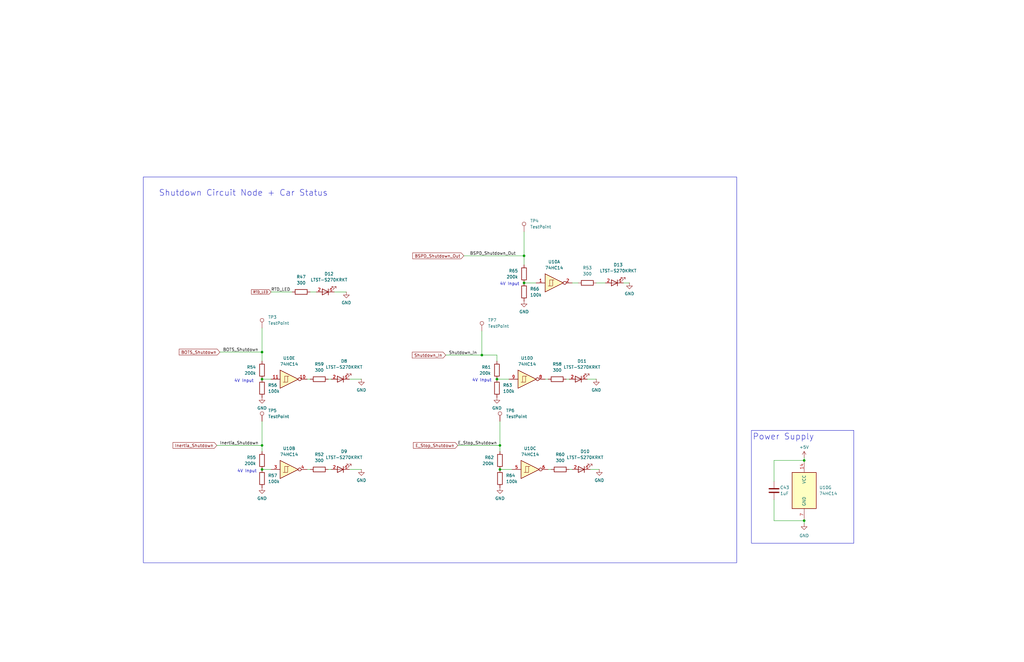
<source format=kicad_sch>
(kicad_sch (version 20250114) (generator "eeschema") (generator_version "9.0")
  (paper "B")
  (lib_symbols
    (symbol "74xx:74HC14" (pin_names (offset 1.016))
      (property "Reference" "U" (at 0 1.27 0))
      (property "Value" "74HC14" (at 0 -1.27 0))
      (symbol "74HC14_1_0"
        (polyline (pts (xy -3.81 3.81) (xy -3.81 -3.81) (xy 3.81 0) (xy -3.81 3.81)) (stroke (width 0.254)) (fill (type background)))
        (pin input line (at -7.62 0 0) (length 3.81) (name "~") (number "1"))
        (pin output inverted (at 7.62 0 180) (length 3.81) (name "~") (number "2"))
      )
      (symbol "74HC14_1_1"
        (polyline (pts (xy -2.54 -1.27) (xy -0.635 -1.27) (xy -0.635 1.27) (xy 0 1.27)))
        (polyline (pts (xy -1.905 -1.27) (xy -1.905 1.27) (xy -0.635 1.27)))
      )
      (symbol "74HC14_2_0"
        (polyline (pts (xy -3.81 3.81) (xy -3.81 -3.81) (xy 3.81 0) (xy -3.81 3.81)) (stroke (width 0.254)) (fill (type background)))
        (pin input line (at -7.62 0 0) (length 3.81) (name "~") (number "3"))
        (pin output inverted (at 7.62 0 180) (length 3.81) (name "~") (number "4"))
      )
      (symbol "74HC14_2_1"
        (polyline (pts (xy -2.54 -1.27) (xy -0.635 -1.27) (xy -0.635 1.27) (xy 0 1.27)))
        (polyline (pts (xy -1.905 -1.27) (xy -1.905 1.27) (xy -0.635 1.27)))
      )
      (symbol "74HC14_3_0"
        (polyline (pts (xy -3.81 3.81) (xy -3.81 -3.81) (xy 3.81 0) (xy -3.81 3.81)) (stroke (width 0.254)) (fill (type background)))
        (pin input line (at -7.62 0 0) (length 3.81) (name "~") (number "5"))
        (pin output inverted (at 7.62 0 180) (length 3.81) (name "~") (number "6"))
      )
      (symbol "74HC14_3_1"
        (polyline (pts (xy -2.54 -1.27) (xy -0.635 -1.27) (xy -0.635 1.27) (xy 0 1.27)))
        (polyline (pts (xy -1.905 -1.27) (xy -1.905 1.27) (xy -0.635 1.27)))
      )
      (symbol "74HC14_4_0"
        (polyline (pts (xy -3.81 3.81) (xy -3.81 -3.81) (xy 3.81 0) (xy -3.81 3.81)) (stroke (width 0.254)) (fill (type background)))
        (pin input line (at -7.62 0 0) (length 3.81) (name "~") (number "9"))
        (pin output inverted (at 7.62 0 180) (length 3.81) (name "~") (number "8"))
      )
      (symbol "74HC14_4_1"
        (polyline (pts (xy -2.54 -1.27) (xy -0.635 -1.27) (xy -0.635 1.27) (xy 0 1.27)))
        (polyline (pts (xy -1.905 -1.27) (xy -1.905 1.27) (xy -0.635 1.27)))
      )
      (symbol "74HC14_5_0"
        (polyline (pts (xy -3.81 3.81) (xy -3.81 -3.81) (xy 3.81 0) (xy -3.81 3.81)) (stroke (width 0.254)) (fill (type background)))
        (pin input line (at -7.62 0 0) (length 3.81) (name "~") (number "11"))
        (pin output inverted (at 7.62 0 180) (length 3.81) (name "~") (number "10"))
      )
      (symbol "74HC14_5_1"
        (polyline (pts (xy -2.54 -1.27) (xy -0.635 -1.27) (xy -0.635 1.27) (xy 0 1.27)))
        (polyline (pts (xy -1.905 -1.27) (xy -1.905 1.27) (xy -0.635 1.27)))
      )
      (symbol "74HC14_6_0"
        (polyline (pts (xy -3.81 3.81) (xy -3.81 -3.81) (xy 3.81 0) (xy -3.81 3.81)) (stroke (width 0.254)) (fill (type background)))
        (pin input line (at -7.62 0 0) (length 3.81) (name "~") (number "13"))
        (pin output inverted (at 7.62 0 180) (length 3.81) (name "~") (number "12"))
      )
      (symbol "74HC14_6_1"
        (polyline (pts (xy -2.54 -1.27) (xy -0.635 -1.27) (xy -0.635 1.27) (xy 0 1.27)))
        (polyline (pts (xy -1.905 -1.27) (xy -1.905 1.27) (xy -0.635 1.27)))
      )
      (symbol "74HC14_7_0"
        (pin power_in line (at 0 12.7 270) (length 5.08) (name "VCC") (number "14"))
        (pin power_in line (at 0 -12.7 90) (length 5.08) (name "GND") (number "7"))
      )
      (symbol "74HC14_7_1"
        (rectangle (start -5.08 7.62) (end 5.08 -7.62) (stroke (width 0.254)) (fill (type background)))
      )
    )
    (symbol "Connector:TestPoint" (pin_numbers (hide yes)) (pin_names (offset 0.762) (hide yes))
      (property "Reference" "TP" (at 0 6.858 0))
      (property "Value" "TestPoint" (at 0 5.08 0))
      (symbol "TestPoint_0_1"
        (circle (center 0 3.302) (radius 0.762))
      )
      (symbol "TestPoint_1_1"
        (pin passive line (at 0 0 90) (length 2.54) (name "1") (number "1"))
      )
    )
    (symbol "Device:C" (pin_numbers (hide yes)) (pin_names (offset 0.254))
      (property "Reference" "C" (at 0.635 2.54 0))
      (property "Value" "C" (at 0.635 -2.54 0))
      (symbol "C_0_1"
        (polyline (pts (xy -2.032 0.762) (xy 2.032 0.762)) (stroke (width 0.508)))
        (polyline (pts (xy -2.032 -0.762) (xy 2.032 -0.762)) (stroke (width 0.508)))
      )
      (symbol "C_1_1"
        (pin passive line (at 0 3.81 270) (length 2.794) (name "~") (number "1"))
        (pin passive line (at 0 -3.81 90) (length 2.794) (name "~") (number "2"))
      )
    )
    (symbol "Device:R" (pin_numbers (hide yes)) (pin_names (offset 0))
      (property "Reference" "R" (at 2.032 0 90))
      (property "Value" "R" (at 0 0 90))
      (symbol "R_0_1"
        (rectangle (start -1.016 -2.54) (end 1.016 2.54) (stroke (width 0.254)))
      )
      (symbol "R_1_1"
        (pin passive line (at 0 3.81 270) (length 1.27) (name "~") (number "1"))
        (pin passive line (at 0 -3.81 90) (length 1.27) (name "~") (number "2"))
      )
    )
    (symbol "LED_1" (pin_names (offset 1.016) (hide yes))
      (property "Reference" "D" (at 0 2.54 0))
      (property "Value" "LED" (at 0 -2.54 0))
      (symbol "LED_1_0_1"
        (polyline (pts (xy -3.048 -0.762) (xy -4.572 -2.286) (xy -3.81 -2.286) (xy -4.572 -2.286) (xy -4.572 -1.524)))
        (polyline (pts (xy -1.778 -0.762) (xy -3.302 -2.286) (xy -2.54 -2.286) (xy -3.302 -2.286) (xy -3.302 -1.524)))
        (polyline (pts (xy -1.27 0) (xy 1.27 0)))
        (polyline (pts (xy -1.27 -1.27) (xy -1.27 1.27)) (stroke (width 0.254)))
        (polyline (pts (xy 1.27 -1.27) (xy 1.27 1.27) (xy -1.27 0) (xy 1.27 -1.27)) (stroke (width 0.254)))
      )
      (symbol "LED_1_1_1"
        (pin passive line (at -3.81 0 0) (length 2.54) (name "K") (number "1"))
        (pin passive line (at 3.81 0 180) (length 2.54) (name "A") (number "2"))
      )
    )
    (symbol "power:+5V" (power) (pin_numbers (hide yes)) (pin_names (offset 0) (hide yes))
      (property "Value" "+5V" (at 0 3.556 0))
      (symbol "+5V_0_1"
        (polyline (pts (xy -0.762 1.27) (xy 0 2.54)))
        (polyline (pts (xy 0 2.54) (xy 0.762 1.27)))
        (polyline (pts (xy 0 0) (xy 0 2.54)))
      )
      (symbol "+5V_1_1"
        (pin power_in line (at 0 0 90) (length 0) (name "~") (number "1"))
      )
    )
    (symbol "power:GND" (power) (pin_numbers (hide yes)) (pin_names (offset 0) (hide yes))
      (property "Value" "GND" (at 0 -3.81 0))
      (symbol "GND_0_1"
        (polyline (pts (xy 0 0) (xy 0 -1.27) (xy 1.27 -1.27) (xy 0 -2.54) (xy -1.27 -1.27) (xy 0 -1.27)))
      )
      (symbol "GND_1_1"
        (pin power_in line (at 0 0 270) (length 0) (name "~") (number "1"))
      )
    )
  )
  (rectangle (start 316.865 181.61) (end 360.045 229.235))
  (rectangle (start 60.452 74.676) (end 310.642 237.49))
  (text "4V Input\n" (at 214.884 119.888 0) (effects (font (size 1.27 1.27))))
  (text "Shutdown Circuit Node + Car Status" (at 102.616 81.534 0) (effects (font (size 2.54 2.54))))
  (text "Power Supply" (at 330.327 184.404 0) (effects (font (size 2.54 2.54))))
  (text "4V Input\n" (at 104.14 198.882 0) (effects (font (size 1.27 1.27))))
  (text "4V Input\n" (at 102.87 160.782 0) (effects (font (size 1.27 1.27))))
  (text "4V Input\n" (at 203.2 160.528 0) (effects (font (size 1.27 1.27))))
  (junction (at 110.49 148.59))
  (junction (at 210.82 187.96))
  (junction (at 220.98 119.38))
  (junction (at 210.82 198.12))
  (junction (at 110.49 198.12))
  (junction (at 339.09 194.31))
  (junction (at 110.49 187.96))
  (junction (at 209.55 160.02))
  (junction (at 110.49 160.02))
  (junction (at 220.98 107.95))
  (junction (at 339.09 219.71))
  (junction (at 203.2 149.86))
  (wire (pts (xy 240.03 198.12) (xy 241.3 198.12)))
  (wire (pts (xy 220.98 119.38) (xy 226.06 119.38)))
  (wire (pts (xy 110.49 138.43) (xy 110.49 148.59)))
  (wire (pts (xy 339.09 220.98) (xy 339.09 219.71)))
  (wire (pts (xy 209.55 160.02) (xy 214.63 160.02)))
  (wire (pts (xy 210.82 187.96) (xy 210.82 190.5)))
  (wire (pts (xy 133.35 123.19) (xy 130.81 123.19)))
  (wire (pts (xy 195.58 107.95) (xy 220.98 107.95)))
  (wire (pts (xy 129.54 198.12) (xy 130.81 198.12)))
  (wire (pts (xy 251.46 160.02) (xy 247.65 160.02)))
  (wire (pts (xy 339.09 193.04) (xy 339.09 194.31)))
  (wire (pts (xy 243.84 119.38) (xy 241.3 119.38)))
  (wire (pts (xy 152.4 198.12) (xy 147.32 198.12)))
  (wire (pts (xy 339.09 194.31) (xy 326.39 194.31)))
  (wire (pts (xy 110.49 198.12) (xy 114.3 198.12)))
  (wire (pts (xy 326.39 210.82) (xy 326.39 219.71)))
  (wire (pts (xy 220.98 97.79) (xy 220.98 107.95)))
  (wire (pts (xy 187.96 149.86) (xy 203.2 149.86)))
  (wire (pts (xy 138.43 160.02) (xy 139.7 160.02)))
  (wire (pts (xy 238.76 160.02) (xy 240.03 160.02)))
  (wire (pts (xy 251.46 119.38) (xy 255.27 119.38)))
  (wire (pts (xy 209.55 149.86) (xy 209.55 152.4)))
  (wire (pts (xy 231.14 198.12) (xy 232.41 198.12)))
  (wire (pts (xy 220.98 107.95) (xy 220.98 111.76)))
  (wire (pts (xy 210.82 177.8) (xy 210.82 187.96)))
  (wire (pts (xy 193.04 187.96) (xy 210.82 187.96)))
  (wire (pts (xy 110.49 160.02) (xy 114.3 160.02)))
  (wire (pts (xy 326.39 194.31) (xy 326.39 203.2)))
  (wire (pts (xy 110.49 187.96) (xy 110.49 190.5)))
  (wire (pts (xy 203.2 139.7) (xy 203.2 149.86)))
  (wire (pts (xy 252.73 198.12) (xy 248.92 198.12)))
  (wire (pts (xy 92.71 148.59) (xy 110.49 148.59)))
  (wire (pts (xy 146.05 123.19) (xy 140.97 123.19)))
  (wire (pts (xy 138.43 198.12) (xy 139.7 198.12)))
  (wire (pts (xy 110.49 177.8) (xy 110.49 187.96)))
  (wire (pts (xy 114.3 123.19) (xy 123.19 123.19)))
  (wire (pts (xy 91.44 187.96) (xy 110.49 187.96)))
  (wire (pts (xy 231.14 160.02) (xy 229.87 160.02)))
  (wire (pts (xy 326.39 219.71) (xy 339.09 219.71)))
  (wire (pts (xy 265.43 119.38) (xy 262.89 119.38)))
  (wire (pts (xy 210.82 198.12) (xy 215.9 198.12)))
  (wire (pts (xy 110.49 148.59) (xy 110.49 152.4)))
  (wire (pts (xy 129.54 160.02) (xy 130.81 160.02)))
  (wire (pts (xy 203.2 149.86) (xy 209.55 149.86)))
  (wire (pts (xy 147.32 160.02) (xy 152.4 160.02)))
  (label "BSPD_Shutdown_Out" (at 198.12 107.95 0))
  (label "Inertia_Shutdown" (at 92.71 187.96 0))
  (label "Shutdown_In" (at 189.23 149.86 0))
  (label "BOTS_Shutdown" (at 93.98 148.59 0))
  (label "RTD_LED" (at 114.3 123.19 0))
  (label "E_Stop_Shutdown" (at 193.04 187.96 0))
  (global_label "RTD_LED" (shape input) (at 114.3 123.19 180) (effects (font (size 1.016 1.016))) (property "Intersheetrefs" "${INTERSHEET_REFS}" (at 105.5742 123.19 0) (effects (justify right))))
  (global_label "Shutdown_In" (shape input) (at 187.96 149.86 180) (property "Intersheetrefs" "${INTERSHEET_REFS}" (at 173.2427 149.86 0) (effects (justify right))))
  (global_label "E_Stop_Shutdown" (shape input) (at 193.04 187.96 180) (property "Intersheetrefs" "${INTERSHEET_REFS}" (at 173.7267 187.96 0) (effects (justify right))))
  (global_label "Inertia_Shutdown" (shape input) (at 91.44 187.96 180) (property "Intersheetrefs" "${INTERSHEET_REFS}" (at 72.3684 187.96 0) (effects (justify right))))
  (global_label "BOTS_Shutdown" (shape input) (at 92.71 148.59 180) (property "Intersheetrefs" "${INTERSHEET_REFS}" (at 74.9689 148.59 0) (effects (justify right))))
  (global_label "BSPD_Shutdown_Out" (shape input) (at 195.58 107.95 180) (property "Intersheetrefs" "${INTERSHEET_REFS}" (at 173.4242 107.95 0) (effects (justify right))))
  (symbol (lib_id "Device:R") (at 127 123.19 270) (unit 1)
    (property "Reference" "R47" (at 127 116.84 90))
    (property "Value" "300" (at 127 119.38 90))
    (property "Footprint" "Resistor_SMD:R_0603_1608Metric_Pad0.98x0.95mm_HandSolder" (effects (hide yes)))
    (property "Datasheet" "https://www.yageogroup.com/content/datasheet/asset/file/PYU-AC_51_ROHS_L" (effects (hide yes)))
    (property "Description" "Resistor" (effects (hide yes)))
    (property "Digi PN" "YAG5330CT-ND" (effects (hide yes)))
    (property "Digi URL" "https://www.digikey.com/en/products/detail/yageo/AC0603FR-07300RL/5896018" (effects (hide yes)))
    (property "MFG" "Yageo" (effects (hide yes)))
    (property "MFG PN" "AC0603FR-07300RL" (effects (hide yes)))
  )
  (symbol (lib_id "Device:R") (at 236.22 198.12 270) (unit 1)
    (property "Reference" "R60" (at 236.22 191.77 90))
    (property "Value" "300" (at 236.22 194.31 90))
    (property "Footprint" "Resistor_SMD:R_0603_1608Metric_Pad0.98x0.95mm_HandSolder" (effects (hide yes)))
    (property "Datasheet" "https://www.yageogroup.com/content/datasheet/asset/file/PYU-AC_51_ROHS_L" (effects (hide yes)))
    (property "Description" "Resistor" (effects (hide yes)))
    (property "Digi PN" "YAG5330CT-ND" (effects (hide yes)))
    (property "Digi URL" "https://www.digikey.com/en/products/detail/yageo/AC0603FR-07300RL/5896018" (effects (hide yes)))
    (property "MFG" "Yageo" (effects (hide yes)))
    (property "MFG PN" "AC0603FR-07300RL" (effects (hide yes)))
  )
  (symbol (lib_id "74xx:74HC14") (at 339.09 207.01 0) (unit 7)
    (property "Reference" "U10" (at 345.44 205.7399 0) (effects (justify left)))
    (property "Value" "74HC14" (at 345.44 208.2799 0) (effects (justify left)))
    (property "Footprint" "Package_SO:SOIC-14_3.9x8.7mm_P1.27mm" (effects (hide yes)))
    (property "Datasheet" "http://www.ti.com/lit/gpn/sn74HC14" (effects (hide yes)))
    (property "Description" "Hex inverter schmitt trigger" (effects (hide yes)))
    (property "Digi PN" "296-1194-1-ND" (effects (hide yes)))
    (property "Digi URL" "https://www.digikey.com/en/products/detail/texas-instruments/SN74HC14DR/276837" (effects (hide yes)))
    (property "MFG" "TI" (effects (hide yes)))
    (property "MFG PN" "SN74HC14DR" (effects (hide yes)))
  )
  (symbol (lib_name "LED_1") (lib_id "Device:LED") (at 245.11 198.12 180) (unit 1)
    (property "Reference" "D10" (at 246.6975 190.5 0))
    (property "Value" "LTST-S270KRKT" (at 246.6975 193.04 0))
    (property "Footprint" "LED_SMD:LED_0603_1608Metric_Pad1.05x0.95mm_HandSolder" (effects (hide yes)))
    (property "Datasheet" "https://www.qt-brightek.com/datasheet/QBLP631-R3A.pdf" (effects (hide yes)))
    (property "Description" "Light emitting diode" (effects (hide yes)))
    (property "Digikey Link" "https://www.digikey.com/en/products/detail/qt-brightek-qtb/QBLP631-R3A/23026406" (effects (hide yes)))
    (property "Part Name" "Leds" (effects (hide yes)))
    (property "Digi PN" "1516-QBLP631-R3ACT-ND" (effects (hide yes)))
    (property "Digi URL" "https://www.digikey.com/en/products/detail/qt-brightek-qtb/QBLP631-R3A/23026406" (effects (hide yes)))
    (property "MFG" "QTB" (effects (hide yes)))
    (property "MFG PN" "QBLP631-R3A" (effects (hide yes)))
  )
  (symbol (lib_id "power:GND") (at 252.73 198.12 0) (unit 1)
    (property "Reference" "#PWR072" (effects (hide yes)))
    (property "Value" "GND" (at 252.73 202.692 0))
    (property "Description" "Power symbol creates a global label with name \"GND\" , ground" (effects (hide yes)))
  )
  (symbol (lib_id "Device:R") (at 110.49 163.83 0) (unit 1)
    (property "Reference" "R56" (at 113.03 162.5599 0) (effects (justify left)))
    (property "Value" "100k" (at 113.03 165.0999 0) (effects (justify left)))
    (property "Footprint" "Resistor_SMD:R_0603_1608Metric_Pad0.98x0.95mm_HandSolder" (effects (hide yes)))
    (property "Datasheet" "https://www.yageogroup.com/content/datasheet/asset/file/PYU-AC_51_ROHS_L" (effects (hide yes)))
    (property "Description" "Resistor" (effects (hide yes)))
    (property "Digi PN" "13-AC0603FR-13100KLCT-ND" (effects (hide yes)))
    (property "Digi URL" "https://www.digikey.com/en/products/detail/yageo/AC0603FR-13100KL/13694122" (effects (hide yes)))
    (property "MFG" "Yageo" (effects (hide yes)))
    (property "MFG PN" "AC0603FR-13100KL" (effects (hide yes)))
  )
  (symbol (lib_name "LED_1") (lib_id "Device:LED") (at 243.84 160.02 180) (unit 1)
    (property "Reference" "D11" (at 245.4275 152.4 0))
    (property "Value" "LTST-S270KRKT" (at 245.4275 154.94 0))
    (property "Footprint" "LED_SMD:LED_0603_1608Metric_Pad1.05x0.95mm_HandSolder" (effects (hide yes)))
    (property "Datasheet" "https://www.qt-brightek.com/datasheet/QBLP631-R3A.pdf" (effects (hide yes)))
    (property "Description" "Light emitting diode" (effects (hide yes)))
    (property "Digikey Link" "https://www.digikey.com/en/products/detail/qt-brightek-qtb/QBLP631-R3A/23026406" (effects (hide yes)))
    (property "Part Name" "Leds" (effects (hide yes)))
    (property "Digi PN" "1516-QBLP631-R3ACT-ND" (effects (hide yes)))
    (property "Digi URL" "https://www.digikey.com/en/products/detail/qt-brightek-qtb/QBLP631-R3A/23026406" (effects (hide yes)))
    (property "MFG" "QTB" (effects (hide yes)))
    (property "MFG PN" "QBLP631-R3A" (effects (hide yes)))
  )
  (symbol (lib_id "Device:R") (at 110.49 201.93 0) (unit 1)
    (property "Reference" "R57" (at 113.03 200.6599 0) (effects (justify left)))
    (property "Value" "100k" (at 113.03 203.1999 0) (effects (justify left)))
    (property "Footprint" "Resistor_SMD:R_0603_1608Metric_Pad0.98x0.95mm_HandSolder" (effects (hide yes)))
    (property "Datasheet" "https://www.yageogroup.com/content/datasheet/asset/file/PYU-AC_51_ROHS_L" (effects (hide yes)))
    (property "Description" "Resistor" (effects (hide yes)))
    (property "Digi PN" "13-AC0603FR-13100KLCT-ND" (effects (hide yes)))
    (property "Digi URL" "https://www.digikey.com/en/products/detail/yageo/AC0603FR-13100KL/13694122" (effects (hide yes)))
    (property "MFG" "Yageo" (effects (hide yes)))
    (property "MFG PN" "AC0603FR-13100KL" (effects (hide yes)))
  )
  (symbol (lib_id "power:GND") (at 265.43 119.38 0) (unit 1)
    (property "Reference" "#PWR073" (effects (hide yes)))
    (property "Value" "GND" (at 265.43 123.952 0))
    (property "Description" "Power symbol creates a global label with name \"GND\" , ground" (effects (hide yes)))
  )
  (symbol (lib_id "Device:R") (at 247.65 119.38 270) (unit 1)
    (property "Reference" "R53" (at 247.65 113.03 90))
    (property "Value" "300" (at 247.65 115.57 90))
    (property "Footprint" "Resistor_SMD:R_0603_1608Metric_Pad0.98x0.95mm_HandSolder" (effects (hide yes)))
    (property "Datasheet" "https://www.yageogroup.com/content/datasheet/asset/file/PYU-AC_51_ROHS_L" (effects (hide yes)))
    (property "Description" "Resistor" (effects (hide yes)))
    (property "Digi PN" "YAG5330CT-ND" (effects (hide yes)))
    (property "Digi URL" "https://www.digikey.com/en/products/detail/yageo/AC0603FR-07300RL/5896018" (effects (hide yes)))
    (property "MFG" "Yageo" (effects (hide yes)))
    (property "MFG PN" "AC0603FR-07300RL" (effects (hide yes)))
  )
  (symbol (lib_id "Device:R") (at 134.62 160.02 270) (unit 1)
    (property "Reference" "R59" (at 134.62 153.67 90))
    (property "Value" "300" (at 134.62 156.21 90))
    (property "Footprint" "Resistor_SMD:R_0603_1608Metric_Pad0.98x0.95mm_HandSolder" (effects (hide yes)))
    (property "Datasheet" "https://www.yageogroup.com/content/datasheet/asset/file/PYU-AC_51_ROHS_L" (effects (hide yes)))
    (property "Description" "Resistor" (effects (hide yes)))
    (property "Digi PN" "YAG5330CT-ND" (effects (hide yes)))
    (property "Digi URL" "https://www.digikey.com/en/products/detail/yageo/AC0603FR-07300RL/5896018" (effects (hide yes)))
    (property "MFG" "Yageo" (effects (hide yes)))
    (property "MFG PN" "AC0603FR-07300RL" (effects (hide yes)))
  )
  (symbol (lib_id "74xx:74HC14") (at 233.68 119.38 0) (unit 1)
    (property "Reference" "U10" (at 233.68 110.49 0))
    (property "Value" "74HC14" (at 233.68 113.03 0))
    (property "Footprint" "Package_SO:SOIC-14_3.9x8.7mm_P1.27mm" (effects (hide yes)))
    (property "Datasheet" "http://www.ti.com/lit/gpn/sn74HC14" (effects (hide yes)))
    (property "Description" "Hex inverter schmitt trigger" (effects (hide yes)))
    (property "Digi PN" "296-1194-1-ND" (effects (hide yes)))
    (property "Digi URL" "https://www.digikey.com/en/products/detail/texas-instruments/SN74HC14DR/276837" (effects (hide yes)))
    (property "MFG" "TI" (effects (hide yes)))
    (property "MFG PN" "SN74HC14DR" (effects (hide yes)))
  )
  (symbol (lib_id "74xx:74HC14") (at 121.92 198.12 0) (unit 2)
    (property "Reference" "U10" (at 121.92 189.23 0))
    (property "Value" "74HC14" (at 121.92 191.77 0))
    (property "Footprint" "Package_SO:SOIC-14_3.9x8.7mm_P1.27mm" (effects (hide yes)))
    (property "Datasheet" "http://www.ti.com/lit/gpn/sn74HC14" (effects (hide yes)))
    (property "Description" "Hex inverter schmitt trigger" (effects (hide yes)))
    (property "Digi PN" "296-1194-1-ND" (effects (hide yes)))
    (property "Digi URL" "https://www.digikey.com/en/products/detail/texas-instruments/SN74HC14DR/276837" (effects (hide yes)))
    (property "MFG" "TI" (effects (hide yes)))
    (property "MFG PN" "SN74HC14DR" (effects (hide yes)))
  )
  (symbol (lib_name "LED_1") (lib_id "Device:LED") (at 143.51 198.12 180) (unit 1)
    (property "Reference" "D9" (at 145.0975 190.5 0))
    (property "Value" "LTST-S270KRKT" (at 145.0975 193.04 0))
    (property "Footprint" "LED_SMD:LED_0603_1608Metric_Pad1.05x0.95mm_HandSolder" (effects (hide yes)))
    (property "Datasheet" "https://www.qt-brightek.com/datasheet/QBLP631-R3A.pdf" (effects (hide yes)))
    (property "Description" "Light emitting diode" (effects (hide yes)))
    (property "Digikey Link" "https://www.digikey.com/en/products/detail/qt-brightek-qtb/QBLP631-R3A/23026406" (effects (hide yes)))
    (property "Part Name" "Leds" (effects (hide yes)))
    (property "Digi PN" "1516-QBLP631-R3ACT-ND" (effects (hide yes)))
    (property "Digi URL" "https://www.digikey.com/en/products/detail/qt-brightek-qtb/QBLP631-R3A/23026406" (effects (hide yes)))
    (property "MFG" "QTB" (effects (hide yes)))
    (property "MFG PN" "QBLP631-R3A" (effects (hide yes)))
  )
  (symbol (lib_id "Device:R") (at 134.62 198.12 270) (unit 1)
    (property "Reference" "R52" (at 134.62 191.77 90))
    (property "Value" "300" (at 134.62 194.31 90))
    (property "Footprint" "Resistor_SMD:R_0603_1608Metric_Pad0.98x0.95mm_HandSolder" (effects (hide yes)))
    (property "Datasheet" "https://www.yageogroup.com/content/datasheet/asset/file/PYU-AC_51_ROHS_L" (effects (hide yes)))
    (property "Description" "Resistor" (effects (hide yes)))
    (property "Digi PN" "YAG5330CT-ND" (effects (hide yes)))
    (property "Digi URL" "https://www.digikey.com/en/products/detail/yageo/AC0603FR-07300RL/5896018" (effects (hide yes)))
    (property "MFG" "Yageo" (effects (hide yes)))
    (property "MFG PN" "AC0603FR-07300RL" (effects (hide yes)))
  )
  (symbol (lib_id "Device:R") (at 210.82 201.93 0) (unit 1)
    (property "Reference" "R64" (at 213.36 200.6599 0) (effects (justify left)))
    (property "Value" "100k" (at 213.36 203.1999 0) (effects (justify left)))
    (property "Footprint" "Resistor_SMD:R_0603_1608Metric_Pad0.98x0.95mm_HandSolder" (effects (hide yes)))
    (property "Datasheet" "https://www.yageogroup.com/content/datasheet/asset/file/PYU-AC_51_ROHS_L" (effects (hide yes)))
    (property "Description" "Resistor" (effects (hide yes)))
    (property "Digi PN" "13-AC0603FR-13100KLCT-ND" (effects (hide yes)))
    (property "Digi URL" "https://www.digikey.com/en/products/detail/yageo/AC0603FR-13100KL/13694122" (effects (hide yes)))
    (property "MFG" "Yageo" (effects (hide yes)))
    (property "MFG PN" "AC0603FR-13100KL" (effects (hide yes)))
  )
  (symbol (lib_id "power:GND") (at 210.82 205.74 0) (unit 1)
    (property "Reference" "#PWR069" (effects (hide yes)))
    (property "Value" "GND" (at 210.82 210.312 0))
    (property "Description" "Power symbol creates a global label with name \"GND\" , ground" (effects (hide yes)))
  )
  (symbol (lib_id "power:GND") (at 251.46 160.02 0) (unit 1)
    (property "Reference" "#PWR071" (effects (hide yes)))
    (property "Value" "GND" (at 251.46 164.592 0))
    (property "Description" "Power symbol creates a global label with name \"GND\" , ground" (effects (hide yes)))
  )
  (symbol (lib_id "Connector:TestPoint") (at 210.82 177.8 0) (unit 1)
    (property "Reference" "TP6" (at 213.36 173.2279 0) (effects (justify left)))
    (property "Value" "TestPoint" (at 213.36 175.7679 0) (effects (justify left)))
    (property "Footprint" "TestPoint:TestPoint_Pad_1.5x1.5mm" (effects (hide yes)))
    (property "Description" "test point" (effects (hide yes)))
  )
  (symbol (lib_name "LED_1") (lib_id "Device:LED") (at 143.51 160.02 180) (unit 1)
    (property "Reference" "D8" (at 145.0975 152.4 0))
    (property "Value" "LTST-S270KRKT" (at 145.0975 154.94 0))
    (property "Footprint" "LED_SMD:LED_0603_1608Metric_Pad1.05x0.95mm_HandSolder" (effects (hide yes)))
    (property "Datasheet" "https://www.qt-brightek.com/datasheet/QBLP631-R3A.pdf" (effects (hide yes)))
    (property "Description" "Light emitting diode" (effects (hide yes)))
    (property "Digikey Link" "https://www.digikey.com/en/products/detail/qt-brightek-qtb/QBLP631-R3A/23026406" (effects (hide yes)))
    (property "Part Name" "Leds" (effects (hide yes)))
    (property "Digi PN" "1516-QBLP631-R3ACT-ND" (effects (hide yes)))
    (property "Digi URL" "https://www.digikey.com/en/products/detail/qt-brightek-qtb/QBLP631-R3A/23026406" (effects (hide yes)))
    (property "MFG" "QTB" (effects (hide yes)))
    (property "MFG PN" "QBLP631-R3A" (effects (hide yes)))
  )
  (symbol (lib_id "power:GND") (at 146.05 123.19 0) (unit 1)
    (property "Reference" "#PWR064" (effects (hide yes)))
    (property "Value" "GND" (at 146.05 127.762 0))
    (property "Description" "Power symbol creates a global label with name \"GND\" , ground" (effects (hide yes)))
  )
  (symbol (lib_id "74xx:74HC14") (at 222.25 160.02 0) (unit 4)
    (property "Reference" "U10" (at 222.25 151.13 0))
    (property "Value" "74HC14" (at 222.25 153.67 0))
    (property "Footprint" "Package_SO:SOIC-14_3.9x8.7mm_P1.27mm" (effects (hide yes)))
    (property "Datasheet" "http://www.ti.com/lit/gpn/sn74HC14" (effects (hide yes)))
    (property "Description" "Hex inverter schmitt trigger" (effects (hide yes)))
    (property "Digi PN" "296-1194-1-ND" (effects (hide yes)))
    (property "Digi URL" "https://www.digikey.com/en/products/detail/texas-instruments/SN74HC14DR/276837" (effects (hide yes)))
    (property "MFG" "TI" (effects (hide yes)))
    (property "MFG PN" "SN74HC14DR" (effects (hide yes)))
  )
  (symbol (lib_id "Device:R") (at 220.98 123.19 0) (unit 1)
    (property "Reference" "R66" (at 223.52 121.9199 0) (effects (justify left)))
    (property "Value" "100k" (at 223.52 124.4599 0) (effects (justify left)))
    (property "Footprint" "Resistor_SMD:R_0603_1608Metric_Pad0.98x0.95mm_HandSolder" (effects (hide yes)))
    (property "Datasheet" "https://www.yageogroup.com/content/datasheet/asset/file/PYU-AC_51_ROHS_L" (effects (hide yes)))
    (property "Description" "Resistor" (effects (hide yes)))
    (property "Digi PN" "13-AC0603FR-13100KLCT-ND" (effects (hide yes)))
    (property "Digi URL" "https://www.digikey.com/en/products/detail/yageo/AC0603FR-13100KL/13694122" (effects (hide yes)))
    (property "MFG" "Yageo" (effects (hide yes)))
    (property "MFG PN" "AC0603FR-13100KL" (effects (hide yes)))
  )
  (symbol (lib_id "power:GND") (at 152.4 198.12 0) (unit 1)
    (property "Reference" "#PWR066" (effects (hide yes)))
    (property "Value" "GND" (at 152.4 202.692 0))
    (property "Description" "Power symbol creates a global label with name \"GND\" , ground" (effects (hide yes)))
  )
  (symbol (lib_id "Device:R") (at 110.49 156.21 0) (mirror y) (unit 1)
    (property "Reference" "R54" (at 107.95 154.9399 0) (effects (justify left)))
    (property "Value" "200k" (at 107.95 157.4799 0) (effects (justify left)))
    (property "Footprint" "Resistor_SMD:R_0603_1608Metric_Pad0.98x0.95mm_HandSolder" (effects (hide yes)))
    (property "Datasheet" "https://www.yageogroup.com/content/datasheet/asset/file/PYU-AC_51_ROHS_L" (effects (hide yes)))
    (property "Description" "Resistor" (effects (hide yes)))
    (property "Digi PN" "YAG3575CT-ND" (effects (hide yes)))
    (property "Digi URL" "https://www.digikey.com/en/products/detail/yageo/AC0603FR-07200KL/5895902" (effects (hide yes)))
    (property "MFG" "Yageo" (effects (hide yes)))
    (property "MFG PN" "AC0603FR-07200KL" (effects (hide yes)))
  )
  (symbol (lib_id "Connector:TestPoint") (at 110.49 177.8 0) (unit 1)
    (property "Reference" "TP5" (at 113.03 173.2279 0) (effects (justify left)))
    (property "Value" "TestPoint" (at 113.03 175.7679 0) (effects (justify left)))
    (property "Footprint" "TestPoint:TestPoint_Pad_1.5x1.5mm" (effects (hide yes)))
    (property "Description" "test point" (effects (hide yes)))
  )
  (symbol (lib_id "power:GND") (at 339.09 220.98 0) (unit 1)
    (property "Reference" "#PWR0152" (effects (hide yes)))
    (property "Value" "GND" (at 339.09 226.06 0))
    (property "Description" "Power symbol creates a global label with name \"GND\" , ground" (effects (hide yes)))
  )
  (symbol (lib_name "LED_1") (lib_id "Device:LED") (at 137.16 123.19 180) (unit 1)
    (property "Reference" "D12" (at 138.7475 115.57 0))
    (property "Value" "LTST-S270KRKT" (at 138.7475 118.11 0))
    (property "Footprint" "LED_SMD:LED_0603_1608Metric_Pad1.05x0.95mm_HandSolder" (effects (hide yes)))
    (property "Datasheet" "https://www.qt-brightek.com/datasheet/QBLP631-R3A.pdf" (effects (hide yes)))
    (property "Description" "Light emitting diode" (effects (hide yes)))
    (property "Digikey Link" "https://www.digikey.com/en/products/detail/qt-brightek-qtb/QBLP631-R3A/23026406" (effects (hide yes)))
    (property "Part Name" "Leds" (effects (hide yes)))
    (property "Digi PN" "1516-QBLP631-R3ACT-ND" (effects (hide yes)))
    (property "Digi URL" "https://www.digikey.com/en/products/detail/qt-brightek-qtb/QBLP631-R3A/23026406" (effects (hide yes)))
    (property "MFG" "QTB" (effects (hide yes)))
    (property "MFG PN" "QBLP631-R3A" (effects (hide yes)))
  )
  (symbol (lib_id "Device:R") (at 220.98 115.57 0) (mirror y) (unit 1)
    (property "Reference" "R65" (at 218.44 114.2999 0) (effects (justify left)))
    (property "Value" "200k" (at 218.44 116.8399 0) (effects (justify left)))
    (property "Footprint" "Resistor_SMD:R_0603_1608Metric_Pad0.98x0.95mm_HandSolder" (effects (hide yes)))
    (property "Datasheet" "https://www.yageogroup.com/content/datasheet/asset/file/PYU-AC_51_ROHS_L" (effects (hide yes)))
    (property "Description" "Resistor" (effects (hide yes)))
    (property "Digi PN" "YAG3575CT-ND" (effects (hide yes)))
    (property "Digi URL" "https://www.digikey.com/en/products/detail/yageo/AC0603FR-07200KL/5895902" (effects (hide yes)))
    (property "MFG" "Yageo" (effects (hide yes)))
    (property "MFG PN" "AC0603FR-07200KL" (effects (hide yes)))
  )
  (symbol (lib_name "LED_1") (lib_id "Device:LED") (at 259.08 119.38 180) (unit 1)
    (property "Reference" "D13" (at 260.6675 111.76 0))
    (property "Value" "LTST-S270KRKT" (at 260.6675 114.3 0))
    (property "Footprint" "LED_SMD:LED_0603_1608Metric_Pad1.05x0.95mm_HandSolder" (effects (hide yes)))
    (property "Datasheet" "https://www.qt-brightek.com/datasheet/QBLP631-R3A.pdf" (effects (hide yes)))
    (property "Description" "Light emitting diode" (effects (hide yes)))
    (property "Digikey Link" "https://www.digikey.com/en/products/detail/qt-brightek-qtb/QBLP631-R3A/23026406" (effects (hide yes)))
    (property "Part Name" "Leds" (effects (hide yes)))
    (property "Digi PN" "1516-QBLP631-R3ACT-ND" (effects (hide yes)))
    (property "Digi URL" "https://www.digikey.com/en/products/detail/qt-brightek-qtb/QBLP631-R3A/23026406" (effects (hide yes)))
    (property "MFG" "QTB" (effects (hide yes)))
    (property "MFG PN" "QBLP631-R3A" (effects (hide yes)))
  )
  (symbol (lib_id "power:GND") (at 220.98 127 0) (unit 1)
    (property "Reference" "#PWR070" (effects (hide yes)))
    (property "Value" "GND" (at 220.98 131.572 0))
    (property "Description" "Power symbol creates a global label with name \"GND\" , ground" (effects (hide yes)))
  )
  (symbol (lib_id "Device:R") (at 209.55 163.83 0) (unit 1)
    (property "Reference" "R63" (at 212.09 162.5599 0) (effects (justify left)))
    (property "Value" "100k" (at 212.09 165.0999 0) (effects (justify left)))
    (property "Footprint" "Resistor_SMD:R_0603_1608Metric_Pad0.98x0.95mm_HandSolder" (effects (hide yes)))
    (property "Datasheet" "https://www.yageogroup.com/content/datasheet/asset/file/PYU-AC_51_ROHS_L" (effects (hide yes)))
    (property "Description" "Resistor" (effects (hide yes)))
    (property "Digi PN" "13-AC0603FR-13100KLCT-ND" (effects (hide yes)))
    (property "Digi URL" "https://www.digikey.com/en/products/detail/yageo/AC0603FR-13100KL/13694122" (effects (hide yes)))
    (property "MFG" "Yageo" (effects (hide yes)))
    (property "MFG PN" "AC0603FR-13100KL" (effects (hide yes)))
  )
  (symbol (lib_id "power:GND") (at 209.55 167.64 0) (unit 1)
    (property "Reference" "#PWR068" (effects (hide yes)))
    (property "Value" "GND" (at 209.55 172.212 0))
    (property "Description" "Power symbol creates a global label with name \"GND\" , ground" (effects (hide yes)))
  )
  (symbol (lib_id "Device:C") (at 326.39 207.01 180) (unit 1)
    (property "Reference" "C43" (at 328.93 205.74 0) (effects (justify right)))
    (property "Value" "1uF" (at 328.93 208.28 0) (effects (justify right)))
    (property "Footprint" "Capacitor_SMD:C_0603_1608Metric_Pad1.08x0.95mm_HandSolder" (effects (hide yes)))
    (property "Datasheet" "https://www.yageogroup.com/content/datasheet/asset/file/UPY-GPHC_X7R_6_3V-TO-250V" (effects (hide yes)))
    (property "Description" "Unpolarized capacitor" (effects (hide yes)))
    (property "Digi PN" "311-3484-1-ND" (effects (hide yes)))
    (property "MFG" "Yageo" (effects (hide yes)))
    (property "MFG PN" "CC0603JRX7R6BB105" (effects (hide yes)))
    (property "Digi URL" "https://www.digikey.com/en/products/detail/yageo/CC0603JRX7R6BB105/7164368" (effects (hide yes)))
  )
  (symbol (lib_id "74xx:74HC14") (at 223.52 198.12 0) (unit 3)
    (property "Reference" "U10" (at 223.52 189.23 0))
    (property "Value" "74HC14" (at 223.52 191.77 0))
    (property "Footprint" "Package_SO:SOIC-14_3.9x8.7mm_P1.27mm" (effects (hide yes)))
    (property "Datasheet" "http://www.ti.com/lit/gpn/sn74HC14" (effects (hide yes)))
    (property "Description" "Hex inverter schmitt trigger" (effects (hide yes)))
    (property "Digi PN" "296-1194-1-ND" (effects (hide yes)))
    (property "Digi URL" "https://www.digikey.com/en/products/detail/texas-instruments/SN74HC14DR/276837" (effects (hide yes)))
    (property "MFG" "TI" (effects (hide yes)))
    (property "MFG PN" "SN74HC14DR" (effects (hide yes)))
  )
  (symbol (lib_id "Connector:TestPoint") (at 110.49 138.43 0) (unit 1)
    (property "Reference" "TP3" (at 113.03 133.8579 0) (effects (justify left)))
    (property "Value" "TestPoint" (at 113.03 136.3979 0) (effects (justify left)))
    (property "Footprint" "TestPoint:TestPoint_Pad_1.5x1.5mm" (effects (hide yes)))
    (property "Description" "test point" (effects (hide yes)))
  )
  (symbol (lib_id "power:+5V") (at 339.09 193.04 0) (unit 1)
    (property "Reference" "#PWR0151" (effects (hide yes)))
    (property "Value" "+5V" (at 339.09 188.722 0))
    (property "Description" "Power symbol creates a global label with name \"+5V\"" (effects (hide yes)))
  )
  (symbol (lib_id "power:GND") (at 110.49 167.64 0) (unit 1)
    (property "Reference" "#PWR062" (effects (hide yes)))
    (property "Value" "GND" (at 110.49 172.212 0))
    (property "Description" "Power symbol creates a global label with name \"GND\" , ground" (effects (hide yes)))
  )
  (symbol (lib_id "74xx:74HC14") (at 121.92 160.02 0) (unit 5)
    (property "Reference" "U10" (at 121.92 151.13 0))
    (property "Value" "74HC14" (at 121.92 153.67 0))
    (property "Footprint" "Package_SO:SOIC-14_3.9x8.7mm_P1.27mm" (effects (hide yes)))
    (property "Datasheet" "http://www.ti.com/lit/gpn/sn74HC14" (effects (hide yes)))
    (property "Description" "Hex inverter schmitt trigger" (effects (hide yes)))
    (property "Digi PN" "296-1194-1-ND" (effects (hide yes)))
    (property "Digi URL" "https://www.digikey.com/en/products/detail/texas-instruments/SN74HC14DR/276837" (effects (hide yes)))
    (property "MFG" "TI" (effects (hide yes)))
    (property "MFG PN" "SN74HC14DR" (effects (hide yes)))
  )
  (symbol (lib_id "power:GND") (at 152.4 160.02 0) (unit 1)
    (property "Reference" "#PWR067" (effects (hide yes)))
    (property "Value" "GND" (at 152.4 164.592 0))
    (property "Description" "Power symbol creates a global label with name \"GND\" , ground" (effects (hide yes)))
  )
  (symbol (lib_id "Device:R") (at 209.55 156.21 0) (mirror y) (unit 1)
    (property "Reference" "R61" (at 207.01 154.9399 0) (effects (justify left)))
    (property "Value" "200k" (at 207.01 157.4799 0) (effects (justify left)))
    (property "Footprint" "Resistor_SMD:R_0603_1608Metric_Pad0.98x0.95mm_HandSolder" (effects (hide yes)))
    (property "Datasheet" "https://www.yageogroup.com/content/datasheet/asset/file/PYU-AC_51_ROHS_L" (effects (hide yes)))
    (property "Description" "Resistor" (effects (hide yes)))
    (property "Digi PN" "YAG3575CT-ND" (effects (hide yes)))
    (property "Digi URL" "https://www.digikey.com/en/products/detail/yageo/AC0603FR-07200KL/5895902" (effects (hide yes)))
    (property "MFG" "Yageo" (effects (hide yes)))
    (property "MFG PN" "AC0603FR-07200KL" (effects (hide yes)))
  )
  (symbol (lib_id "Device:R") (at 234.95 160.02 270) (unit 1)
    (property "Reference" "R58" (at 234.95 153.67 90))
    (property "Value" "300" (at 234.95 156.21 90))
    (property "Footprint" "Resistor_SMD:R_0603_1608Metric_Pad0.98x0.95mm_HandSolder" (effects (hide yes)))
    (property "Datasheet" "https://www.yageogroup.com/content/datasheet/asset/file/PYU-AC_51_ROHS_L" (effects (hide yes)))
    (property "Description" "Resistor" (effects (hide yes)))
    (property "Digi PN" "YAG5330CT-ND" (effects (hide yes)))
    (property "Digi URL" "https://www.digikey.com/en/products/detail/yageo/AC0603FR-07300RL/5896018" (effects (hide yes)))
    (property "MFG" "Yageo" (effects (hide yes)))
    (property "MFG PN" "AC0603FR-07300RL" (effects (hide yes)))
  )
  (symbol (lib_id "Connector:TestPoint") (at 220.98 97.79 0) (unit 1)
    (property "Reference" "TP4" (at 223.52 93.2179 0) (effects (justify left)))
    (property "Value" "TestPoint" (at 223.52 95.7579 0) (effects (justify left)))
    (property "Footprint" "TestPoint:TestPoint_Pad_1.5x1.5mm" (effects (hide yes)))
    (property "Description" "test point" (effects (hide yes)))
  )
  (symbol (lib_id "Device:R") (at 110.49 194.31 0) (mirror y) (unit 1)
    (property "Reference" "R55" (at 107.95 193.0399 0) (effects (justify left)))
    (property "Value" "200k" (at 107.95 195.5799 0) (effects (justify left)))
    (property "Footprint" "Resistor_SMD:R_0603_1608Metric_Pad0.98x0.95mm_HandSolder" (effects (hide yes)))
    (property "Datasheet" "https://www.yageogroup.com/content/datasheet/asset/file/PYU-AC_51_ROHS_L" (effects (hide yes)))
    (property "Description" "Resistor" (effects (hide yes)))
    (property "Digi PN" "YAG3575CT-ND" (effects (hide yes)))
    (property "Digi URL" "https://www.digikey.com/en/products/detail/yageo/AC0603FR-07200KL/5895902" (effects (hide yes)))
    (property "MFG" "Yageo" (effects (hide yes)))
    (property "MFG PN" "AC0603FR-07200KL" (effects (hide yes)))
  )
  (symbol (lib_id "Device:R") (at 210.82 194.31 0) (mirror y) (unit 1)
    (property "Reference" "R62" (at 208.28 193.0399 0) (effects (justify left)))
    (property "Value" "200k" (at 208.28 195.5799 0) (effects (justify left)))
    (property "Footprint" "Resistor_SMD:R_0603_1608Metric_Pad0.98x0.95mm_HandSolder" (effects (hide yes)))
    (property "Datasheet" "https://www.yageogroup.com/content/datasheet/asset/file/PYU-AC_51_ROHS_L" (effects (hide yes)))
    (property "Description" "Resistor" (effects (hide yes)))
    (property "Digi PN" "YAG3575CT-ND" (effects (hide yes)))
    (property "Digi URL" "https://www.digikey.com/en/products/detail/yageo/AC0603FR-07200KL/5895902" (effects (hide yes)))
    (property "MFG" "Yageo" (effects (hide yes)))
    (property "MFG PN" "AC0603FR-07200KL" (effects (hide yes)))
  )
  (symbol (lib_id "power:GND") (at 110.49 205.74 0) (unit 1)
    (property "Reference" "#PWR063" (effects (hide yes)))
    (property "Value" "GND" (at 110.49 210.312 0))
    (property "Description" "Power symbol creates a global label with name \"GND\" , ground" (effects (hide yes)))
  )
  (symbol (lib_id "Connector:TestPoint") (at 203.2 139.7 0) (unit 1)
    (property "Reference" "TP7" (at 205.74 135.1279 0) (effects (justify left)))
    (property "Value" "TestPoint" (at 205.74 137.6679 0) (effects (justify left)))
    (property "Footprint" "TestPoint:TestPoint_Pad_1.5x1.5mm" (effects (hide yes)))
    (property "Description" "test point" (effects (hide yes)))
  )
)
</source>
